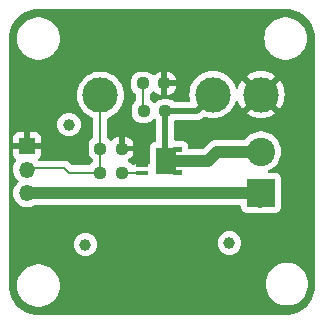
<source format=gbr>
%TF.GenerationSoftware,KiCad,Pcbnew,8.0.6*%
%TF.CreationDate,2024-10-29T20:24:10-04:00*%
%TF.ProjectId,Pyro-Controller,5079726f-2d43-46f6-9e74-726f6c6c6572,rev?*%
%TF.SameCoordinates,Original*%
%TF.FileFunction,Copper,L1,Top*%
%TF.FilePolarity,Positive*%
%FSLAX46Y46*%
G04 Gerber Fmt 4.6, Leading zero omitted, Abs format (unit mm)*
G04 Created by KiCad (PCBNEW 8.0.6) date 2024-10-29 20:24:10*
%MOMM*%
%LPD*%
G01*
G04 APERTURE LIST*
G04 Aperture macros list*
%AMRoundRect*
0 Rectangle with rounded corners*
0 $1 Rounding radius*
0 $2 $3 $4 $5 $6 $7 $8 $9 X,Y pos of 4 corners*
0 Add a 4 corners polygon primitive as box body*
4,1,4,$2,$3,$4,$5,$6,$7,$8,$9,$2,$3,0*
0 Add four circle primitives for the rounded corners*
1,1,$1+$1,$2,$3*
1,1,$1+$1,$4,$5*
1,1,$1+$1,$6,$7*
1,1,$1+$1,$8,$9*
0 Add four rect primitives between the rounded corners*
20,1,$1+$1,$2,$3,$4,$5,0*
20,1,$1+$1,$4,$5,$6,$7,0*
20,1,$1+$1,$6,$7,$8,$9,0*
20,1,$1+$1,$8,$9,$2,$3,0*%
%AMFreePoly0*
4,1,21,1.372500,0.787500,0.862500,0.787500,0.862500,0.532500,1.372500,0.532500,1.372500,0.127500,0.862500,0.127500,0.862500,-0.127500,1.372500,-0.127500,1.372500,-0.532500,0.862500,-0.532500,0.862500,-0.787500,1.372500,-0.787500,1.372500,-1.195000,0.612500,-1.195000,0.612500,-1.117500,-0.862500,-1.117500,-0.862500,1.117500,0.612500,1.117500,0.612500,1.195000,1.372500,1.195000,
1.372500,0.787500,1.372500,0.787500,$1*%
G04 Aperture macros list end*
%TA.AperFunction,SMDPad,CuDef*%
%ADD10C,1.000000*%
%TD*%
%TA.AperFunction,ComponentPad*%
%ADD11C,3.000000*%
%TD*%
%TA.AperFunction,SMDPad,CuDef*%
%ADD12RoundRect,0.237500X0.250000X0.237500X-0.250000X0.237500X-0.250000X-0.237500X0.250000X-0.237500X0*%
%TD*%
%TA.AperFunction,ComponentPad*%
%ADD13R,2.400000X2.400000*%
%TD*%
%TA.AperFunction,ComponentPad*%
%ADD14C,2.400000*%
%TD*%
%TA.AperFunction,ComponentPad*%
%ADD15R,1.350000X1.350000*%
%TD*%
%TA.AperFunction,ComponentPad*%
%ADD16O,1.350000X1.350000*%
%TD*%
%TA.AperFunction,SMDPad,CuDef*%
%ADD17R,0.990000X0.405000*%
%TD*%
%TA.AperFunction,SMDPad,CuDef*%
%ADD18FreePoly0,0.000000*%
%TD*%
%TA.AperFunction,SMDPad,CuDef*%
%ADD19RoundRect,0.237500X-0.250000X-0.237500X0.250000X-0.237500X0.250000X0.237500X-0.250000X0.237500X0*%
%TD*%
%TA.AperFunction,Conductor*%
%ADD20C,1.016000*%
%TD*%
%TA.AperFunction,Conductor*%
%ADD21C,0.200000*%
%TD*%
%TA.AperFunction,Conductor*%
%ADD22C,0.508000*%
%TD*%
G04 APERTURE END LIST*
D10*
%TO.P,FID3,*%
%TO.N,*%
X42799000Y-37846000D03*
%TD*%
%TO.P,FID2,*%
%TO.N,*%
X29210000Y-27813000D03*
%TD*%
%TO.P,FID1,*%
%TO.N,*%
X30607000Y-37973000D03*
%TD*%
D11*
%TO.P,TP3,1,1*%
%TO.N,GNDD*%
X45466000Y-25273000D03*
%TD*%
D12*
%TO.P,R3,1*%
%TO.N,/PyroController/Output*%
X37361500Y-26670000D03*
%TO.P,R3,2*%
%TO.N,Net-(R3-Pad2)*%
X35536500Y-26670000D03*
%TD*%
D13*
%TO.P,J1,1,Pin_1*%
%TO.N,+3.3V*%
X45466000Y-33599000D03*
D14*
%TO.P,J1,2,Pin_2*%
%TO.N,/PyroController/Output*%
X45466000Y-30099000D03*
%TD*%
D11*
%TO.P,TP2,1,1*%
%TO.N,/PyroController/Output*%
X41402000Y-25273000D03*
%TD*%
%TO.P,TP1,1,1*%
%TO.N,/PyroController/Input*%
X31877000Y-25333000D03*
%TD*%
D15*
%TO.P,J2,1,Pin_1*%
%TO.N,GNDD*%
X25654000Y-29623000D03*
D16*
%TO.P,J2,2,Pin_2*%
%TO.N,/PyroController/Input*%
X25654000Y-31623000D03*
%TO.P,J2,3,Pin_3*%
%TO.N,+3.3V*%
X25654000Y-33623000D03*
%TD*%
D12*
%TO.P,R4,1*%
%TO.N,GNDD*%
X37285500Y-24333000D03*
%TO.P,R4,2*%
%TO.N,Net-(R3-Pad2)*%
X35460500Y-24333000D03*
%TD*%
D17*
%TO.P,Q1,1,S*%
%TO.N,GNDD*%
X35433000Y-29897000D03*
%TO.P,Q1,2,S*%
X35433000Y-30557000D03*
%TO.P,Q1,3,S*%
X35433000Y-31217000D03*
%TO.P,Q1,4,G*%
%TO.N,Net-(Q1-G)*%
X35433000Y-31877000D03*
D18*
%TO.P,Q1,5,D*%
%TO.N,/PyroController/Output*%
X37425500Y-30887000D03*
%TD*%
D12*
%TO.P,R1,1*%
%TO.N,GNDD*%
X33678500Y-29845000D03*
%TO.P,R1,2*%
%TO.N,/PyroController/Input*%
X31853500Y-29845000D03*
%TD*%
D19*
%TO.P,R2,1*%
%TO.N,/PyroController/Input*%
X31853500Y-31877000D03*
%TO.P,R2,2*%
%TO.N,Net-(Q1-G)*%
X33678500Y-31877000D03*
%TD*%
D20*
%TO.N,+3.3V*%
X45466000Y-33599000D02*
X25964000Y-33599000D01*
X25964000Y-33599000D02*
X25908000Y-33655000D01*
X45373000Y-34333000D02*
X45466000Y-34240000D01*
X45466000Y-34240000D02*
X45466000Y-33599000D01*
D21*
%TO.N,Net-(Q1-G)*%
X33678500Y-31877000D02*
X35433000Y-31877000D01*
%TO.N,GNDD*%
X25642000Y-29833000D02*
X25654000Y-29845000D01*
X33730500Y-29897000D02*
X33678500Y-29845000D01*
D20*
%TO.N,/PyroController/Output*%
X40995000Y-30887000D02*
X37425500Y-30887000D01*
D22*
X41373000Y-25333000D02*
X40036000Y-26670000D01*
D21*
X45466000Y-30099000D02*
X45373000Y-30192000D01*
D22*
X37361500Y-26670000D02*
X37361500Y-30823000D01*
D21*
X45373000Y-30192000D02*
X45373000Y-30833000D01*
D20*
X45466000Y-30099000D02*
X41783000Y-30099000D01*
X41783000Y-30099000D02*
X40995000Y-30887000D01*
D22*
X40036000Y-26670000D02*
X37361500Y-26670000D01*
D21*
X37361500Y-30823000D02*
X37425500Y-30887000D01*
%TO.N,/PyroController/Input*%
X31853500Y-26313500D02*
X31853500Y-29845000D01*
X28829000Y-31496000D02*
X25781000Y-31496000D01*
X31853500Y-31877000D02*
X29210000Y-31877000D01*
X29210000Y-31877000D02*
X28829000Y-31496000D01*
X25781000Y-31496000D02*
X25654000Y-31623000D01*
X30873000Y-25333000D02*
X31853500Y-26313500D01*
X31853500Y-31877000D02*
X31853500Y-29845000D01*
%TO.N,Net-(R3-Pad2)*%
X35460500Y-26594000D02*
X35536500Y-26670000D01*
X35460500Y-24333000D02*
X35460500Y-26594000D01*
%TD*%
%TA.AperFunction,Conductor*%
%TO.N,GNDD*%
G36*
X47486373Y-18020243D02*
G01*
X47548516Y-18020242D01*
X47556002Y-18020468D01*
X47846065Y-18038009D01*
X47860923Y-18039813D01*
X48143062Y-18091514D01*
X48157587Y-18095094D01*
X48385470Y-18166103D01*
X48431439Y-18180427D01*
X48445440Y-18185737D01*
X48590736Y-18251128D01*
X48707013Y-18303459D01*
X48720250Y-18310406D01*
X48965734Y-18458805D01*
X48978048Y-18467305D01*
X49203843Y-18644203D01*
X49215051Y-18654133D01*
X49417866Y-18856948D01*
X49427796Y-18868156D01*
X49604694Y-19093951D01*
X49613196Y-19106269D01*
X49761589Y-19351743D01*
X49768542Y-19364991D01*
X49886262Y-19626559D01*
X49891572Y-19640560D01*
X49976903Y-19914405D01*
X49980486Y-19928944D01*
X50032185Y-20211073D01*
X50033990Y-20225938D01*
X50051531Y-20515997D01*
X50051757Y-20523482D01*
X50051757Y-20595614D01*
X50051758Y-20595627D01*
X50051758Y-41446249D01*
X50051532Y-41453736D01*
X50033986Y-41743792D01*
X50032181Y-41758657D01*
X49980478Y-42040790D01*
X49976894Y-42055329D01*
X49891562Y-42329167D01*
X49886252Y-42343168D01*
X49768534Y-42604723D01*
X49761576Y-42617981D01*
X49613185Y-42863447D01*
X49604678Y-42875771D01*
X49427787Y-43101552D01*
X49417858Y-43112760D01*
X49215031Y-43315585D01*
X49203822Y-43325514D01*
X48978041Y-43502399D01*
X48965718Y-43510905D01*
X48720256Y-43659289D01*
X48706997Y-43666248D01*
X48445437Y-43783963D01*
X48431436Y-43789273D01*
X48157589Y-43874604D01*
X48143050Y-43878187D01*
X47860923Y-43929885D01*
X47846058Y-43931690D01*
X47555309Y-43949273D01*
X47547824Y-43949499D01*
X47478779Y-43949499D01*
X47478763Y-43949500D01*
X26625751Y-43949500D01*
X26618264Y-43949274D01*
X26328205Y-43931728D01*
X26313340Y-43929923D01*
X26031201Y-43878219D01*
X26016663Y-43874635D01*
X25742832Y-43789306D01*
X25728831Y-43783997D01*
X25467263Y-43666275D01*
X25454004Y-43659316D01*
X25208540Y-43510928D01*
X25196217Y-43502422D01*
X24970426Y-43325526D01*
X24959218Y-43315596D01*
X24756403Y-43112781D01*
X24746473Y-43101573D01*
X24677592Y-43013653D01*
X24569569Y-42875771D01*
X24561075Y-42863465D01*
X24412680Y-42617989D01*
X24405727Y-42604743D01*
X24288000Y-42343163D01*
X24282693Y-42329167D01*
X24197364Y-42055336D01*
X24193780Y-42040798D01*
X24142076Y-41758659D01*
X24140271Y-41743794D01*
X24138777Y-41719103D01*
X24122726Y-41453736D01*
X24122613Y-41449995D01*
X24816451Y-41449995D01*
X24816451Y-41450004D01*
X24836616Y-41719101D01*
X24892570Y-41964250D01*
X24896666Y-41982195D01*
X24995257Y-42233398D01*
X25130185Y-42467102D01*
X25250519Y-42617995D01*
X25298442Y-42678089D01*
X25359385Y-42734635D01*
X25496259Y-42861635D01*
X25719226Y-43013651D01*
X25962359Y-43130738D01*
X26220228Y-43210280D01*
X26220229Y-43210280D01*
X26220232Y-43210281D01*
X26487063Y-43250499D01*
X26487068Y-43250499D01*
X26487071Y-43250500D01*
X26487072Y-43250500D01*
X26756928Y-43250500D01*
X26756929Y-43250500D01*
X26756936Y-43250499D01*
X27023767Y-43210281D01*
X27023768Y-43210280D01*
X27023772Y-43210280D01*
X27281641Y-43130738D01*
X27524775Y-43013651D01*
X27747741Y-42861635D01*
X27945561Y-42678085D01*
X28113815Y-42467102D01*
X28248743Y-42233398D01*
X28347334Y-41982195D01*
X28407383Y-41719103D01*
X28416900Y-41592101D01*
X28427549Y-41450004D01*
X28427549Y-41449995D01*
X28418032Y-41322995D01*
X45867451Y-41322995D01*
X45867451Y-41323004D01*
X45887616Y-41592101D01*
X45947664Y-41855188D01*
X45947666Y-41855195D01*
X46020510Y-42040798D01*
X46046257Y-42106398D01*
X46181185Y-42340102D01*
X46282464Y-42467101D01*
X46349442Y-42551089D01*
X46486317Y-42678089D01*
X46547259Y-42734635D01*
X46770226Y-42886651D01*
X47013359Y-43003738D01*
X47271228Y-43083280D01*
X47271229Y-43083280D01*
X47271232Y-43083281D01*
X47538063Y-43123499D01*
X47538068Y-43123499D01*
X47538071Y-43123500D01*
X47538072Y-43123500D01*
X47807928Y-43123500D01*
X47807929Y-43123500D01*
X47807936Y-43123499D01*
X48074767Y-43083281D01*
X48074768Y-43083280D01*
X48074772Y-43083280D01*
X48332641Y-43003738D01*
X48575775Y-42886651D01*
X48798741Y-42734635D01*
X48996561Y-42551085D01*
X49164815Y-42340102D01*
X49299743Y-42106398D01*
X49398334Y-41855195D01*
X49458383Y-41592103D01*
X49478549Y-41323000D01*
X49474734Y-41272095D01*
X49458383Y-41053898D01*
X49458383Y-41053897D01*
X49398334Y-40790805D01*
X49299743Y-40539602D01*
X49164815Y-40305898D01*
X48996561Y-40094915D01*
X48996560Y-40094914D01*
X48996557Y-40094910D01*
X48798741Y-39911365D01*
X48762042Y-39886344D01*
X48575775Y-39759349D01*
X48575769Y-39759346D01*
X48575768Y-39759345D01*
X48575767Y-39759344D01*
X48332643Y-39642263D01*
X48332645Y-39642263D01*
X48074773Y-39562720D01*
X48074767Y-39562718D01*
X47807936Y-39522500D01*
X47807929Y-39522500D01*
X47538071Y-39522500D01*
X47538063Y-39522500D01*
X47271232Y-39562718D01*
X47271226Y-39562720D01*
X47013358Y-39642262D01*
X46770230Y-39759346D01*
X46547258Y-39911365D01*
X46349442Y-40094910D01*
X46181185Y-40305898D01*
X46046258Y-40539599D01*
X46046256Y-40539603D01*
X45947666Y-40790804D01*
X45947664Y-40790811D01*
X45887616Y-41053898D01*
X45867451Y-41322995D01*
X28418032Y-41322995D01*
X28407383Y-41180898D01*
X28399211Y-41145095D01*
X28347334Y-40917805D01*
X28248743Y-40666602D01*
X28113815Y-40432898D01*
X27945561Y-40221915D01*
X27945560Y-40221914D01*
X27945557Y-40221910D01*
X27747741Y-40038365D01*
X27524775Y-39886349D01*
X27524769Y-39886346D01*
X27524768Y-39886345D01*
X27524767Y-39886344D01*
X27281643Y-39769263D01*
X27281645Y-39769263D01*
X27023773Y-39689720D01*
X27023767Y-39689718D01*
X26756936Y-39649500D01*
X26756929Y-39649500D01*
X26487071Y-39649500D01*
X26487063Y-39649500D01*
X26220232Y-39689718D01*
X26220226Y-39689720D01*
X25962358Y-39769262D01*
X25719230Y-39886346D01*
X25496258Y-40038365D01*
X25298442Y-40221910D01*
X25130185Y-40432898D01*
X24995258Y-40666599D01*
X24995256Y-40666603D01*
X24896666Y-40917804D01*
X24896664Y-40917811D01*
X24836616Y-41180898D01*
X24816451Y-41449995D01*
X24122613Y-41449995D01*
X24122500Y-41446249D01*
X24122500Y-37973000D01*
X29601659Y-37973000D01*
X29620975Y-38169129D01*
X29678188Y-38357733D01*
X29771086Y-38531532D01*
X29771090Y-38531539D01*
X29896116Y-38683883D01*
X30048460Y-38808909D01*
X30048467Y-38808913D01*
X30222266Y-38901811D01*
X30222269Y-38901811D01*
X30222273Y-38901814D01*
X30410868Y-38959024D01*
X30607000Y-38978341D01*
X30803132Y-38959024D01*
X30991727Y-38901814D01*
X31165538Y-38808910D01*
X31317883Y-38683883D01*
X31442910Y-38531538D01*
X31489362Y-38444632D01*
X31535811Y-38357733D01*
X31535811Y-38357732D01*
X31535814Y-38357727D01*
X31593024Y-38169132D01*
X31612341Y-37973000D01*
X31599833Y-37846000D01*
X41793659Y-37846000D01*
X41812975Y-38042129D01*
X41870188Y-38230733D01*
X41963086Y-38404532D01*
X41963090Y-38404539D01*
X42088116Y-38556883D01*
X42240460Y-38681909D01*
X42240467Y-38681913D01*
X42414266Y-38774811D01*
X42414269Y-38774811D01*
X42414273Y-38774814D01*
X42602868Y-38832024D01*
X42799000Y-38851341D01*
X42995132Y-38832024D01*
X43183727Y-38774814D01*
X43357538Y-38681910D01*
X43509883Y-38556883D01*
X43634910Y-38404538D01*
X43727814Y-38230727D01*
X43785024Y-38042132D01*
X43804341Y-37846000D01*
X43785024Y-37649868D01*
X43727814Y-37461273D01*
X43727811Y-37461269D01*
X43727811Y-37461266D01*
X43634913Y-37287467D01*
X43634909Y-37287460D01*
X43509883Y-37135116D01*
X43357539Y-37010090D01*
X43357532Y-37010086D01*
X43183733Y-36917188D01*
X43183727Y-36917186D01*
X42995132Y-36859976D01*
X42995129Y-36859975D01*
X42799000Y-36840659D01*
X42602870Y-36859975D01*
X42414266Y-36917188D01*
X42240467Y-37010086D01*
X42240460Y-37010090D01*
X42088116Y-37135116D01*
X41963090Y-37287460D01*
X41963086Y-37287467D01*
X41870188Y-37461266D01*
X41812975Y-37649870D01*
X41793659Y-37846000D01*
X31599833Y-37846000D01*
X31593024Y-37776868D01*
X31535814Y-37588273D01*
X31535811Y-37588269D01*
X31535811Y-37588266D01*
X31442913Y-37414467D01*
X31442909Y-37414460D01*
X31317883Y-37262116D01*
X31165539Y-37137090D01*
X31165532Y-37137086D01*
X30991733Y-37044188D01*
X30991727Y-37044186D01*
X30803132Y-36986976D01*
X30803129Y-36986975D01*
X30607000Y-36967659D01*
X30410870Y-36986975D01*
X30222266Y-37044188D01*
X30048467Y-37137086D01*
X30048460Y-37137090D01*
X29896116Y-37262116D01*
X29771090Y-37414460D01*
X29771086Y-37414467D01*
X29678188Y-37588266D01*
X29620975Y-37776870D01*
X29601659Y-37973000D01*
X24122500Y-37973000D01*
X24122500Y-31622999D01*
X24473464Y-31622999D01*
X24473464Y-31623000D01*
X24493564Y-31839918D01*
X24493564Y-31839920D01*
X24493565Y-31839923D01*
X24550906Y-32041455D01*
X24553184Y-32049462D01*
X24650288Y-32244472D01*
X24781574Y-32418324D01*
X24905572Y-32531363D01*
X24941854Y-32591074D01*
X24940093Y-32660922D01*
X24905572Y-32714637D01*
X24781574Y-32827675D01*
X24650288Y-33001527D01*
X24553184Y-33196537D01*
X24493564Y-33406081D01*
X24473464Y-33622999D01*
X24473464Y-33623000D01*
X24493564Y-33839918D01*
X24493564Y-33839920D01*
X24493565Y-33839923D01*
X24553183Y-34049459D01*
X24650288Y-34244472D01*
X24781573Y-34418322D01*
X24942568Y-34565088D01*
X24942575Y-34565092D01*
X24942576Y-34565093D01*
X25127786Y-34679770D01*
X25127792Y-34679773D01*
X25128350Y-34679989D01*
X25330931Y-34758470D01*
X25545074Y-34798500D01*
X25545076Y-34798500D01*
X25762924Y-34798500D01*
X25762926Y-34798500D01*
X25977069Y-34758470D01*
X26180210Y-34679772D01*
X26266938Y-34626072D01*
X26332214Y-34607500D01*
X43641501Y-34607500D01*
X43708540Y-34627185D01*
X43754295Y-34679989D01*
X43765501Y-34731500D01*
X43765501Y-34846876D01*
X43771908Y-34906483D01*
X43822202Y-35041328D01*
X43822206Y-35041335D01*
X43908452Y-35156544D01*
X43908455Y-35156547D01*
X44023664Y-35242793D01*
X44023671Y-35242797D01*
X44158517Y-35293091D01*
X44158516Y-35293091D01*
X44165444Y-35293835D01*
X44218127Y-35299500D01*
X45050304Y-35299499D01*
X45074495Y-35301882D01*
X45273666Y-35341499D01*
X45273669Y-35341500D01*
X45273671Y-35341500D01*
X45472331Y-35341500D01*
X45472332Y-35341499D01*
X45518073Y-35332400D01*
X45671505Y-35301882D01*
X45695696Y-35299499D01*
X46713871Y-35299499D01*
X46713872Y-35299499D01*
X46773483Y-35293091D01*
X46908331Y-35242796D01*
X47023546Y-35156546D01*
X47109796Y-35041331D01*
X47160091Y-34906483D01*
X47166500Y-34846873D01*
X47166499Y-32351128D01*
X47160091Y-32291517D01*
X47143008Y-32245716D01*
X47109797Y-32156671D01*
X47109793Y-32156664D01*
X47023547Y-32041455D01*
X47023544Y-32041452D01*
X46908335Y-31955206D01*
X46908328Y-31955202D01*
X46773482Y-31904908D01*
X46773483Y-31904908D01*
X46713883Y-31898501D01*
X46713881Y-31898500D01*
X46713873Y-31898500D01*
X46713865Y-31898500D01*
X46191829Y-31898500D01*
X46124790Y-31878815D01*
X46079035Y-31826011D01*
X46069091Y-31756853D01*
X46098116Y-31693297D01*
X46138027Y-31662780D01*
X46318634Y-31575805D01*
X46529217Y-31432232D01*
X46716050Y-31258877D01*
X46874959Y-31059612D01*
X47002393Y-30838888D01*
X47095508Y-30601637D01*
X47152222Y-30353157D01*
X47168819Y-30131677D01*
X47171268Y-30099004D01*
X47171268Y-30098995D01*
X47152222Y-29844845D01*
X47143358Y-29806011D01*
X47095508Y-29596363D01*
X47002393Y-29359112D01*
X46874959Y-29138388D01*
X46716050Y-28939123D01*
X46529217Y-28765768D01*
X46318634Y-28622195D01*
X46318630Y-28622193D01*
X46318627Y-28622191D01*
X46318626Y-28622190D01*
X46089006Y-28511612D01*
X46089008Y-28511612D01*
X45845466Y-28436489D01*
X45845462Y-28436488D01*
X45845458Y-28436487D01*
X45724231Y-28418214D01*
X45593440Y-28398500D01*
X45593435Y-28398500D01*
X45338565Y-28398500D01*
X45338559Y-28398500D01*
X45181609Y-28422157D01*
X45086542Y-28436487D01*
X45086539Y-28436488D01*
X45086533Y-28436489D01*
X44842992Y-28511612D01*
X44613373Y-28622190D01*
X44613372Y-28622191D01*
X44402782Y-28765768D01*
X44257929Y-28900172D01*
X44215950Y-28939123D01*
X44147738Y-29024659D01*
X44132463Y-29043813D01*
X44075275Y-29083953D01*
X44035516Y-29090500D01*
X41683666Y-29090500D01*
X41488838Y-29129254D01*
X41488830Y-29129256D01*
X41305298Y-29205277D01*
X41305289Y-29205282D01*
X41140119Y-29315646D01*
X41140115Y-29315649D01*
X40613585Y-29842181D01*
X40552262Y-29875666D01*
X40525904Y-29878500D01*
X39427500Y-29878500D01*
X39360461Y-29858815D01*
X39314706Y-29806011D01*
X39303500Y-29754500D01*
X39303500Y-29692000D01*
X39298355Y-29620060D01*
X39257819Y-29482008D01*
X39197061Y-29387467D01*
X39180032Y-29360969D01*
X39180028Y-29360965D01*
X39071299Y-29266750D01*
X39071297Y-29266748D01*
X39071294Y-29266746D01*
X39071290Y-29266744D01*
X38940419Y-29206976D01*
X38940414Y-29206975D01*
X38798000Y-29186500D01*
X38240000Y-29186500D01*
X38172961Y-29166815D01*
X38127206Y-29114011D01*
X38116000Y-29062500D01*
X38116000Y-27548500D01*
X38135685Y-27481461D01*
X38188489Y-27435706D01*
X38240000Y-27424500D01*
X39955554Y-27424500D01*
X39955574Y-27424501D01*
X39961688Y-27424501D01*
X40110314Y-27424501D01*
X40231894Y-27400315D01*
X40231894Y-27400316D01*
X40231900Y-27400313D01*
X40256080Y-27395505D01*
X40321638Y-27368350D01*
X40393389Y-27338630D01*
X40516966Y-27256059D01*
X40590289Y-27182734D01*
X40651611Y-27149249D01*
X40721302Y-27154232D01*
X40836954Y-27197369D01*
X40836960Y-27197370D01*
X40836962Y-27197371D01*
X41116566Y-27258195D01*
X41116568Y-27258195D01*
X41116572Y-27258196D01*
X41370220Y-27276337D01*
X41401999Y-27278610D01*
X41402000Y-27278610D01*
X41402001Y-27278610D01*
X41430595Y-27276564D01*
X41687428Y-27258196D01*
X41697266Y-27256056D01*
X41967037Y-27197371D01*
X41967037Y-27197370D01*
X41967046Y-27197369D01*
X42235161Y-27097367D01*
X42486315Y-26960226D01*
X42715395Y-26788739D01*
X42917739Y-26586395D01*
X43089226Y-26357315D01*
X43226367Y-26106161D01*
X43318086Y-25860251D01*
X43359955Y-25804321D01*
X43425419Y-25779904D01*
X43493692Y-25794756D01*
X43543098Y-25844161D01*
X43550448Y-25860254D01*
X43642091Y-26105957D01*
X43779191Y-26357038D01*
X43779196Y-26357046D01*
X43885882Y-26499561D01*
X43885883Y-26499562D01*
X44788421Y-25597024D01*
X44801359Y-25628258D01*
X44883437Y-25751097D01*
X44987903Y-25855563D01*
X45110742Y-25937641D01*
X45141974Y-25950578D01*
X44239436Y-26853115D01*
X44381960Y-26959807D01*
X44381961Y-26959808D01*
X44633042Y-27096908D01*
X44633041Y-27096908D01*
X44901104Y-27196890D01*
X45180637Y-27257699D01*
X45465999Y-27278109D01*
X45466001Y-27278109D01*
X45751362Y-27257699D01*
X46030895Y-27196890D01*
X46298958Y-27096908D01*
X46550047Y-26959803D01*
X46692561Y-26853116D01*
X46692562Y-26853115D01*
X45790025Y-25950577D01*
X45821258Y-25937641D01*
X45944097Y-25855563D01*
X46048563Y-25751097D01*
X46130641Y-25628258D01*
X46143578Y-25597025D01*
X47046115Y-26499562D01*
X47046116Y-26499561D01*
X47152803Y-26357047D01*
X47289908Y-26105958D01*
X47389890Y-25837895D01*
X47450699Y-25558362D01*
X47471109Y-25273001D01*
X47471109Y-25272998D01*
X47450699Y-24987637D01*
X47389890Y-24708104D01*
X47289908Y-24440041D01*
X47152808Y-24188961D01*
X47152807Y-24188960D01*
X47046115Y-24046436D01*
X46143577Y-24948973D01*
X46130641Y-24917742D01*
X46048563Y-24794903D01*
X45944097Y-24690437D01*
X45821258Y-24608359D01*
X45790024Y-24595421D01*
X46692562Y-23692883D01*
X46692561Y-23692882D01*
X46550046Y-23586196D01*
X46550038Y-23586191D01*
X46298957Y-23449091D01*
X46298958Y-23449091D01*
X46030895Y-23349109D01*
X45751362Y-23288300D01*
X45466001Y-23267891D01*
X45465999Y-23267891D01*
X45180637Y-23288300D01*
X44901104Y-23349109D01*
X44633041Y-23449091D01*
X44381961Y-23586191D01*
X44381953Y-23586196D01*
X44239437Y-23692882D01*
X44239436Y-23692883D01*
X45141975Y-24595421D01*
X45110742Y-24608359D01*
X44987903Y-24690437D01*
X44883437Y-24794903D01*
X44801359Y-24917742D01*
X44788421Y-24948974D01*
X43885883Y-24046436D01*
X43885882Y-24046437D01*
X43779196Y-24188953D01*
X43779191Y-24188961D01*
X43642091Y-24440042D01*
X43550448Y-24685745D01*
X43508576Y-24741678D01*
X43443112Y-24766095D01*
X43374839Y-24751243D01*
X43325434Y-24701837D01*
X43318089Y-24685756D01*
X43226367Y-24439839D01*
X43121991Y-24248690D01*
X43089229Y-24188690D01*
X43089224Y-24188682D01*
X42917745Y-23959612D01*
X42917729Y-23959594D01*
X42715405Y-23757270D01*
X42715387Y-23757254D01*
X42486317Y-23585775D01*
X42486309Y-23585770D01*
X42235166Y-23448635D01*
X42235167Y-23448635D01*
X42019831Y-23368319D01*
X41967046Y-23348631D01*
X41967043Y-23348630D01*
X41967037Y-23348628D01*
X41687433Y-23287804D01*
X41402001Y-23267390D01*
X41401999Y-23267390D01*
X41116566Y-23287804D01*
X40836962Y-23348628D01*
X40568833Y-23448635D01*
X40317690Y-23585770D01*
X40317682Y-23585775D01*
X40088612Y-23757254D01*
X40088594Y-23757270D01*
X39886270Y-23959594D01*
X39886254Y-23959612D01*
X39714775Y-24188682D01*
X39714770Y-24188690D01*
X39577635Y-24439833D01*
X39477628Y-24707962D01*
X39416804Y-24987566D01*
X39396390Y-25272998D01*
X39396390Y-25273001D01*
X39416804Y-25558433D01*
X39461771Y-25765142D01*
X39456787Y-25834834D01*
X39414915Y-25890767D01*
X39349451Y-25915184D01*
X39340605Y-25915500D01*
X38189552Y-25915500D01*
X38122513Y-25895815D01*
X38101871Y-25879181D01*
X38072351Y-25849661D01*
X38072350Y-25849660D01*
X37959258Y-25779904D01*
X37925518Y-25759093D01*
X37925513Y-25759091D01*
X37885998Y-25745997D01*
X37761753Y-25704826D01*
X37761751Y-25704825D01*
X37660678Y-25694500D01*
X37062330Y-25694500D01*
X37062312Y-25694501D01*
X36961247Y-25704825D01*
X36797484Y-25759092D01*
X36797481Y-25759093D01*
X36650648Y-25849661D01*
X36536681Y-25963629D01*
X36475358Y-25997114D01*
X36405666Y-25992130D01*
X36361319Y-25963629D01*
X36247350Y-25849660D01*
X36247346Y-25849657D01*
X36119903Y-25771049D01*
X36073178Y-25719101D01*
X36061000Y-25665511D01*
X36061000Y-25290610D01*
X36080685Y-25223571D01*
X36119901Y-25185073D01*
X36171350Y-25153340D01*
X36285675Y-25039014D01*
X36346994Y-25005532D01*
X36416686Y-25010516D01*
X36461034Y-25039017D01*
X36574961Y-25152944D01*
X36574965Y-25152947D01*
X36721688Y-25243448D01*
X36721699Y-25243453D01*
X36885347Y-25297680D01*
X36986351Y-25307999D01*
X37535500Y-25307999D01*
X37584640Y-25307999D01*
X37584654Y-25307998D01*
X37685652Y-25297680D01*
X37849300Y-25243453D01*
X37849311Y-25243448D01*
X37996034Y-25152947D01*
X37996038Y-25152944D01*
X38117944Y-25031038D01*
X38117947Y-25031034D01*
X38208448Y-24884311D01*
X38208453Y-24884300D01*
X38262680Y-24720652D01*
X38272999Y-24619654D01*
X38273000Y-24619641D01*
X38273000Y-24583000D01*
X37535500Y-24583000D01*
X37535500Y-25307999D01*
X36986351Y-25307999D01*
X37035499Y-25307998D01*
X37035500Y-25307998D01*
X37035500Y-24083000D01*
X37535500Y-24083000D01*
X38272999Y-24083000D01*
X38272999Y-24046360D01*
X38272998Y-24046345D01*
X38262680Y-23945347D01*
X38208453Y-23781699D01*
X38208448Y-23781688D01*
X38117947Y-23634965D01*
X38117944Y-23634961D01*
X37996038Y-23513055D01*
X37996034Y-23513052D01*
X37849311Y-23422551D01*
X37849300Y-23422546D01*
X37685652Y-23368319D01*
X37584654Y-23358000D01*
X37535500Y-23358000D01*
X37535500Y-24083000D01*
X37035500Y-24083000D01*
X37035500Y-23358000D01*
X37035499Y-23357999D01*
X36986361Y-23358000D01*
X36986343Y-23358001D01*
X36885347Y-23368319D01*
X36721699Y-23422546D01*
X36721688Y-23422551D01*
X36574965Y-23513052D01*
X36461034Y-23626983D01*
X36399711Y-23660467D01*
X36330019Y-23655483D01*
X36285672Y-23626982D01*
X36171351Y-23512661D01*
X36171350Y-23512660D01*
X36067546Y-23448633D01*
X36024518Y-23422093D01*
X36024513Y-23422091D01*
X36023069Y-23421612D01*
X35860753Y-23367826D01*
X35860751Y-23367825D01*
X35759678Y-23357500D01*
X35161330Y-23357500D01*
X35161312Y-23357501D01*
X35060247Y-23367825D01*
X34896484Y-23422092D01*
X34896481Y-23422093D01*
X34749648Y-23512661D01*
X34627661Y-23634648D01*
X34537093Y-23781481D01*
X34537091Y-23781486D01*
X34509719Y-23864088D01*
X34482826Y-23945247D01*
X34482826Y-23945248D01*
X34482825Y-23945248D01*
X34472500Y-24046315D01*
X34472500Y-24619669D01*
X34472501Y-24619687D01*
X34482825Y-24720752D01*
X34507397Y-24794903D01*
X34537092Y-24884516D01*
X34627660Y-25031350D01*
X34749650Y-25153340D01*
X34801097Y-25185072D01*
X34847821Y-25237017D01*
X34860000Y-25290610D01*
X34860000Y-25763947D01*
X34840315Y-25830986D01*
X34823682Y-25851628D01*
X34703659Y-25971651D01*
X34613093Y-26118481D01*
X34613092Y-26118484D01*
X34558826Y-26282247D01*
X34558826Y-26282248D01*
X34558825Y-26282248D01*
X34548500Y-26383315D01*
X34548500Y-26956669D01*
X34548501Y-26956687D01*
X34558825Y-27057752D01*
X34589145Y-27149249D01*
X34605090Y-27197369D01*
X34613092Y-27221515D01*
X34613093Y-27221518D01*
X34685560Y-27339005D01*
X34703660Y-27368350D01*
X34825650Y-27490340D01*
X34972484Y-27580908D01*
X35136247Y-27635174D01*
X35237323Y-27645500D01*
X35835676Y-27645499D01*
X35835684Y-27645498D01*
X35835687Y-27645498D01*
X35891030Y-27639844D01*
X35936753Y-27635174D01*
X36100516Y-27580908D01*
X36247350Y-27490340D01*
X36361319Y-27376371D01*
X36422642Y-27342886D01*
X36492334Y-27347870D01*
X36536681Y-27376371D01*
X36570681Y-27410371D01*
X36604166Y-27471694D01*
X36607000Y-27498052D01*
X36607000Y-29145404D01*
X36587315Y-29212443D01*
X36534511Y-29258198D01*
X36497538Y-29267636D01*
X36497598Y-29267965D01*
X36493010Y-29268792D01*
X36491857Y-29269087D01*
X36491063Y-29269143D01*
X36353005Y-29309682D01*
X36231969Y-29387467D01*
X36231965Y-29387471D01*
X36137750Y-29496200D01*
X36137744Y-29496209D01*
X36077976Y-29627080D01*
X36077975Y-29627085D01*
X36057500Y-29769499D01*
X36057500Y-31050000D01*
X36037815Y-31117039D01*
X35985011Y-31162794D01*
X35933500Y-31174000D01*
X34890129Y-31174000D01*
X34890123Y-31174001D01*
X34830516Y-31180408D01*
X34695672Y-31230702D01*
X34687891Y-31234952D01*
X34686518Y-31232438D01*
X34634662Y-31251768D01*
X34566392Y-31236902D01*
X34520302Y-31193180D01*
X34511340Y-31178650D01*
X34389350Y-31056660D01*
X34242763Y-30966244D01*
X34196039Y-30914297D01*
X34184818Y-30845334D01*
X34212661Y-30781252D01*
X34242764Y-30755167D01*
X34389039Y-30664943D01*
X34510944Y-30543038D01*
X34510947Y-30543034D01*
X34601448Y-30396311D01*
X34601453Y-30396300D01*
X34655680Y-30232652D01*
X34665999Y-30131654D01*
X34666000Y-30131641D01*
X34666000Y-30095000D01*
X33552500Y-30095000D01*
X33485461Y-30075315D01*
X33439706Y-30022511D01*
X33428500Y-29971000D01*
X33428500Y-29595000D01*
X33928500Y-29595000D01*
X34665999Y-29595000D01*
X34665999Y-29558360D01*
X34665998Y-29558345D01*
X34655680Y-29457347D01*
X34601453Y-29293699D01*
X34601448Y-29293688D01*
X34510947Y-29146965D01*
X34510944Y-29146961D01*
X34389038Y-29025055D01*
X34389034Y-29025052D01*
X34242311Y-28934551D01*
X34242300Y-28934546D01*
X34078652Y-28880319D01*
X33977654Y-28870000D01*
X33928500Y-28870000D01*
X33928500Y-29595000D01*
X33428500Y-29595000D01*
X33428500Y-28870000D01*
X33428499Y-28869999D01*
X33379361Y-28870000D01*
X33379343Y-28870001D01*
X33278347Y-28880319D01*
X33114699Y-28934546D01*
X33114688Y-28934551D01*
X32967965Y-29025052D01*
X32854034Y-29138983D01*
X32792711Y-29172467D01*
X32723019Y-29167483D01*
X32678672Y-29138982D01*
X32564349Y-29024659D01*
X32512902Y-28992926D01*
X32466178Y-28940978D01*
X32454000Y-28887388D01*
X32454000Y-27339005D01*
X32473685Y-27271966D01*
X32526489Y-27226211D01*
X32534666Y-27222823D01*
X32538165Y-27221518D01*
X32710161Y-27157367D01*
X32961315Y-27020226D01*
X33190395Y-26848739D01*
X33392739Y-26646395D01*
X33564226Y-26417315D01*
X33701367Y-26166161D01*
X33801369Y-25898046D01*
X33811467Y-25851628D01*
X33862195Y-25618433D01*
X33862195Y-25618432D01*
X33862196Y-25618428D01*
X33882610Y-25333000D01*
X33862196Y-25047572D01*
X33858667Y-25031351D01*
X33801371Y-24767962D01*
X33801370Y-24767960D01*
X33801369Y-24767954D01*
X33701367Y-24499839D01*
X33668715Y-24440042D01*
X33564229Y-24248690D01*
X33564224Y-24248682D01*
X33392745Y-24019612D01*
X33392729Y-24019594D01*
X33190405Y-23817270D01*
X33190387Y-23817254D01*
X32961317Y-23645775D01*
X32961309Y-23645770D01*
X32710166Y-23508635D01*
X32710167Y-23508635D01*
X32550523Y-23449091D01*
X32442046Y-23408631D01*
X32442043Y-23408630D01*
X32442037Y-23408628D01*
X32162433Y-23347804D01*
X31877001Y-23327390D01*
X31876999Y-23327390D01*
X31591566Y-23347804D01*
X31311962Y-23408628D01*
X31043833Y-23508635D01*
X30792690Y-23645770D01*
X30792682Y-23645775D01*
X30563612Y-23817254D01*
X30563594Y-23817270D01*
X30361270Y-24019594D01*
X30361254Y-24019612D01*
X30189775Y-24248682D01*
X30189770Y-24248690D01*
X30052635Y-24499833D01*
X29952628Y-24767962D01*
X29891804Y-25047566D01*
X29871390Y-25332998D01*
X29871390Y-25333001D01*
X29891804Y-25618433D01*
X29952628Y-25898037D01*
X29952630Y-25898043D01*
X29952631Y-25898046D01*
X30034851Y-26118486D01*
X30052635Y-26166166D01*
X30189770Y-26417309D01*
X30189775Y-26417317D01*
X30361254Y-26646387D01*
X30361270Y-26646405D01*
X30563594Y-26848729D01*
X30563612Y-26848745D01*
X30792682Y-27020224D01*
X30792690Y-27020229D01*
X31043833Y-27157364D01*
X31043837Y-27157366D01*
X31043839Y-27157367D01*
X31172335Y-27205293D01*
X31228267Y-27247163D01*
X31252684Y-27312627D01*
X31253000Y-27321474D01*
X31253000Y-28887388D01*
X31233315Y-28954427D01*
X31194098Y-28992926D01*
X31142650Y-29024659D01*
X31020661Y-29146648D01*
X30930093Y-29293481D01*
X30930091Y-29293486D01*
X30903743Y-29373000D01*
X30875826Y-29457247D01*
X30875826Y-29457248D01*
X30875825Y-29457248D01*
X30865500Y-29558315D01*
X30865500Y-30131669D01*
X30865501Y-30131687D01*
X30875825Y-30232752D01*
X30912109Y-30342249D01*
X30930092Y-30396516D01*
X31020660Y-30543350D01*
X31142650Y-30665340D01*
X31194097Y-30697072D01*
X31240821Y-30749017D01*
X31253000Y-30802610D01*
X31253000Y-30919388D01*
X31233315Y-30986427D01*
X31194098Y-31024926D01*
X31142650Y-31056659D01*
X31020659Y-31178650D01*
X30996638Y-31217596D01*
X30944690Y-31264321D01*
X30891099Y-31276500D01*
X29510097Y-31276500D01*
X29443058Y-31256815D01*
X29422416Y-31240181D01*
X29316590Y-31134355D01*
X29316588Y-31134352D01*
X29197717Y-31015481D01*
X29197712Y-31015477D01*
X29064233Y-30938414D01*
X29060785Y-30936423D01*
X29060784Y-30936422D01*
X29060783Y-30936422D01*
X29004881Y-30921443D01*
X28908057Y-30895499D01*
X28749943Y-30895499D01*
X28742347Y-30895499D01*
X28742331Y-30895500D01*
X26737731Y-30895500D01*
X26670692Y-30875815D01*
X26624937Y-30823011D01*
X26614993Y-30753853D01*
X26644018Y-30690297D01*
X26663420Y-30672233D01*
X26686191Y-30655186D01*
X26772350Y-30540093D01*
X26772354Y-30540086D01*
X26822596Y-30405379D01*
X26822598Y-30405372D01*
X26828999Y-30345844D01*
X26829000Y-30345827D01*
X26829000Y-29873000D01*
X25969686Y-29873000D01*
X25974080Y-29868606D01*
X26026741Y-29777394D01*
X26054000Y-29675661D01*
X26054000Y-29570339D01*
X26026741Y-29468606D01*
X25974080Y-29377394D01*
X25969686Y-29373000D01*
X26829000Y-29373000D01*
X26829000Y-28900172D01*
X26828999Y-28900155D01*
X26822598Y-28840627D01*
X26822596Y-28840620D01*
X26772354Y-28705913D01*
X26772350Y-28705906D01*
X26686190Y-28590812D01*
X26686187Y-28590809D01*
X26571093Y-28504649D01*
X26571086Y-28504645D01*
X26436379Y-28454403D01*
X26436372Y-28454401D01*
X26376844Y-28448000D01*
X25904000Y-28448000D01*
X25904000Y-29307314D01*
X25899606Y-29302920D01*
X25808394Y-29250259D01*
X25706661Y-29223000D01*
X25601339Y-29223000D01*
X25499606Y-29250259D01*
X25408394Y-29302920D01*
X25404000Y-29307314D01*
X25404000Y-28448000D01*
X24931155Y-28448000D01*
X24871627Y-28454401D01*
X24871620Y-28454403D01*
X24736913Y-28504645D01*
X24736906Y-28504649D01*
X24621812Y-28590809D01*
X24621809Y-28590812D01*
X24535649Y-28705906D01*
X24535645Y-28705913D01*
X24485403Y-28840620D01*
X24485401Y-28840627D01*
X24479000Y-28900155D01*
X24479000Y-29373000D01*
X25338314Y-29373000D01*
X25333920Y-29377394D01*
X25281259Y-29468606D01*
X25254000Y-29570339D01*
X25254000Y-29675661D01*
X25281259Y-29777394D01*
X25333920Y-29868606D01*
X25338314Y-29873000D01*
X24479000Y-29873000D01*
X24479000Y-30345844D01*
X24485401Y-30405372D01*
X24485403Y-30405379D01*
X24535645Y-30540086D01*
X24535649Y-30540093D01*
X24621809Y-30655186D01*
X24707405Y-30719264D01*
X24749276Y-30775198D01*
X24754260Y-30844890D01*
X24732049Y-30893257D01*
X24650288Y-31001528D01*
X24553184Y-31196537D01*
X24493564Y-31406081D01*
X24473464Y-31622999D01*
X24122500Y-31622999D01*
X24122500Y-27813000D01*
X28204659Y-27813000D01*
X28223975Y-28009129D01*
X28281188Y-28197733D01*
X28374086Y-28371532D01*
X28374090Y-28371539D01*
X28499116Y-28523883D01*
X28651460Y-28648909D01*
X28651467Y-28648913D01*
X28825266Y-28741811D01*
X28825269Y-28741811D01*
X28825273Y-28741814D01*
X29013868Y-28799024D01*
X29210000Y-28818341D01*
X29406132Y-28799024D01*
X29594727Y-28741814D01*
X29768538Y-28648910D01*
X29920883Y-28523883D01*
X30045910Y-28371538D01*
X30138814Y-28197727D01*
X30196024Y-28009132D01*
X30215341Y-27813000D01*
X30196024Y-27616868D01*
X30138814Y-27428273D01*
X30138811Y-27428269D01*
X30138811Y-27428266D01*
X30045913Y-27254467D01*
X30045909Y-27254460D01*
X29920883Y-27102116D01*
X29768539Y-26977090D01*
X29768532Y-26977086D01*
X29594733Y-26884188D01*
X29594727Y-26884186D01*
X29406132Y-26826976D01*
X29406129Y-26826975D01*
X29210000Y-26807659D01*
X29013870Y-26826975D01*
X28825266Y-26884188D01*
X28651467Y-26977086D01*
X28651460Y-26977090D01*
X28499116Y-27102116D01*
X28374090Y-27254460D01*
X28374086Y-27254467D01*
X28281188Y-27428266D01*
X28223975Y-27616870D01*
X28204659Y-27813000D01*
X24122500Y-27813000D01*
X24122500Y-20523485D01*
X24122613Y-20519737D01*
X24816451Y-20519737D01*
X24816451Y-20519746D01*
X24836616Y-20788843D01*
X24896664Y-21051930D01*
X24896666Y-21051937D01*
X24995257Y-21303140D01*
X25130185Y-21536844D01*
X25266080Y-21707251D01*
X25298442Y-21747831D01*
X25485183Y-21921100D01*
X25496259Y-21931377D01*
X25719226Y-22083393D01*
X25962359Y-22200480D01*
X26220228Y-22280022D01*
X26220229Y-22280022D01*
X26220232Y-22280023D01*
X26487063Y-22320241D01*
X26487068Y-22320241D01*
X26487071Y-22320242D01*
X26487072Y-22320242D01*
X26756928Y-22320242D01*
X26756929Y-22320242D01*
X26756936Y-22320241D01*
X27023767Y-22280023D01*
X27023768Y-22280022D01*
X27023772Y-22280022D01*
X27281641Y-22200480D01*
X27524775Y-22083393D01*
X27747741Y-21931377D01*
X27945561Y-21747827D01*
X28113815Y-21536844D01*
X28248743Y-21303140D01*
X28347334Y-21051937D01*
X28407383Y-20788845D01*
X28414217Y-20697647D01*
X28427549Y-20519746D01*
X28427549Y-20519737D01*
X45746709Y-20519737D01*
X45746709Y-20519746D01*
X45766874Y-20788843D01*
X45826922Y-21051930D01*
X45826924Y-21051937D01*
X45925515Y-21303140D01*
X46060443Y-21536844D01*
X46196338Y-21707251D01*
X46228700Y-21747831D01*
X46415441Y-21921100D01*
X46426517Y-21931377D01*
X46649484Y-22083393D01*
X46892617Y-22200480D01*
X47150486Y-22280022D01*
X47150487Y-22280022D01*
X47150490Y-22280023D01*
X47417321Y-22320241D01*
X47417326Y-22320241D01*
X47417329Y-22320242D01*
X47417330Y-22320242D01*
X47687186Y-22320242D01*
X47687187Y-22320242D01*
X47687194Y-22320241D01*
X47954025Y-22280023D01*
X47954026Y-22280022D01*
X47954030Y-22280022D01*
X48211899Y-22200480D01*
X48455033Y-22083393D01*
X48677999Y-21931377D01*
X48875819Y-21747827D01*
X49044073Y-21536844D01*
X49179001Y-21303140D01*
X49277592Y-21051937D01*
X49337641Y-20788845D01*
X49344475Y-20697647D01*
X49357807Y-20519746D01*
X49357807Y-20519737D01*
X49337641Y-20250640D01*
X49328610Y-20211073D01*
X49277592Y-19987547D01*
X49179001Y-19736344D01*
X49044073Y-19502640D01*
X48875819Y-19291657D01*
X48875818Y-19291656D01*
X48875815Y-19291652D01*
X48677999Y-19108107D01*
X48550647Y-19021280D01*
X48455033Y-18956091D01*
X48455027Y-18956088D01*
X48455026Y-18956087D01*
X48455025Y-18956086D01*
X48211901Y-18839005D01*
X48211903Y-18839005D01*
X47954031Y-18759462D01*
X47954025Y-18759460D01*
X47687194Y-18719242D01*
X47687187Y-18719242D01*
X47417329Y-18719242D01*
X47417321Y-18719242D01*
X47150490Y-18759460D01*
X47150484Y-18759462D01*
X46892616Y-18839004D01*
X46649488Y-18956088D01*
X46426516Y-19108107D01*
X46228700Y-19291652D01*
X46060443Y-19502640D01*
X45925516Y-19736341D01*
X45925514Y-19736345D01*
X45826924Y-19987546D01*
X45826922Y-19987553D01*
X45766874Y-20250640D01*
X45746709Y-20519737D01*
X28427549Y-20519737D01*
X28407383Y-20250640D01*
X28398352Y-20211073D01*
X28347334Y-19987547D01*
X28248743Y-19736344D01*
X28113815Y-19502640D01*
X27945561Y-19291657D01*
X27945560Y-19291656D01*
X27945557Y-19291652D01*
X27747741Y-19108107D01*
X27620389Y-19021280D01*
X27524775Y-18956091D01*
X27524769Y-18956088D01*
X27524768Y-18956087D01*
X27524767Y-18956086D01*
X27281643Y-18839005D01*
X27281645Y-18839005D01*
X27023773Y-18759462D01*
X27023767Y-18759460D01*
X26756936Y-18719242D01*
X26756929Y-18719242D01*
X26487071Y-18719242D01*
X26487063Y-18719242D01*
X26220232Y-18759460D01*
X26220226Y-18759462D01*
X25962358Y-18839004D01*
X25719230Y-18956088D01*
X25496258Y-19108107D01*
X25298442Y-19291652D01*
X25130185Y-19502640D01*
X24995258Y-19736341D01*
X24995256Y-19736345D01*
X24896666Y-19987546D01*
X24896664Y-19987553D01*
X24836616Y-20250640D01*
X24816451Y-20519737D01*
X24122613Y-20519737D01*
X24122726Y-20515998D01*
X24126485Y-20453850D01*
X24140272Y-20225938D01*
X24142076Y-20211081D01*
X24193780Y-19928939D01*
X24197357Y-19914425D01*
X24282698Y-19640552D01*
X24287999Y-19626577D01*
X24405730Y-19364990D01*
X24412675Y-19351757D01*
X24561079Y-19106267D01*
X24569566Y-19093971D01*
X24746480Y-18868158D01*
X24756395Y-18856967D01*
X24959229Y-18654133D01*
X24970416Y-18644221D01*
X25196234Y-18467305D01*
X25208526Y-18458820D01*
X25454016Y-18310416D01*
X25467249Y-18303471D01*
X25728844Y-18185737D01*
X25742822Y-18180436D01*
X26016668Y-18095102D01*
X26031197Y-18091520D01*
X26313343Y-18039815D01*
X26328200Y-18038011D01*
X26618231Y-18020468D01*
X26625718Y-18020242D01*
X26687892Y-18020242D01*
X47486369Y-18020242D01*
X47486373Y-18020243D01*
G37*
%TD.AperFunction*%
%TD*%
M02*

</source>
